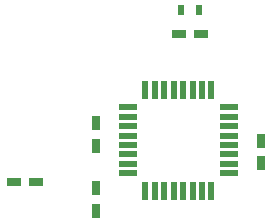
<source format=gtp>
G04 #@! TF.GenerationSoftware,KiCad,Pcbnew,(5.1.9)-1*
G04 #@! TF.CreationDate,2021-04-20T14:37:46+02:00*
G04 #@! TF.ProjectId,light-external-controller,6c696768-742d-4657-9874-65726e616c2d,rev?*
G04 #@! TF.SameCoordinates,Original*
G04 #@! TF.FileFunction,Paste,Top*
G04 #@! TF.FilePolarity,Positive*
%FSLAX46Y46*%
G04 Gerber Fmt 4.6, Leading zero omitted, Abs format (unit mm)*
G04 Created by KiCad (PCBNEW (5.1.9)-1) date 2021-04-20 14:37:46*
%MOMM*%
%LPD*%
G01*
G04 APERTURE LIST*
%ADD10R,0.550000X1.600000*%
%ADD11R,1.600000X0.550000*%
%ADD12R,0.500000X0.900000*%
%ADD13R,1.200000X0.750000*%
%ADD14R,0.750000X1.200000*%
G04 APERTURE END LIST*
D10*
X132200000Y-96750000D03*
X133000000Y-96750000D03*
X133800000Y-96750000D03*
X134600000Y-96750000D03*
X135400000Y-96750000D03*
X136200000Y-96750000D03*
X137000000Y-96750000D03*
X137800000Y-96750000D03*
D11*
X139250000Y-98200000D03*
X139250000Y-99000000D03*
X139250000Y-99800000D03*
X139250000Y-100600000D03*
X139250000Y-101400000D03*
X139250000Y-102200000D03*
X139250000Y-103000000D03*
X139250000Y-103800000D03*
D10*
X137800000Y-105250000D03*
X137000000Y-105250000D03*
X136200000Y-105250000D03*
X135400000Y-105250000D03*
X134600000Y-105250000D03*
X133800000Y-105250000D03*
X133000000Y-105250000D03*
X132200000Y-105250000D03*
D11*
X130750000Y-103800000D03*
X130750000Y-103000000D03*
X130750000Y-102200000D03*
X130750000Y-101400000D03*
X130750000Y-100600000D03*
X130750000Y-99800000D03*
X130750000Y-99000000D03*
X130750000Y-98200000D03*
D12*
X136750000Y-90000000D03*
X135250000Y-90000000D03*
D13*
X135050000Y-92000000D03*
X136950000Y-92000000D03*
D14*
X128000000Y-101450000D03*
X128000000Y-99550000D03*
X142000000Y-101050000D03*
X142000000Y-102950000D03*
X128000000Y-105050000D03*
X128000000Y-106950000D03*
D13*
X121050000Y-104500000D03*
X122950000Y-104500000D03*
M02*

</source>
